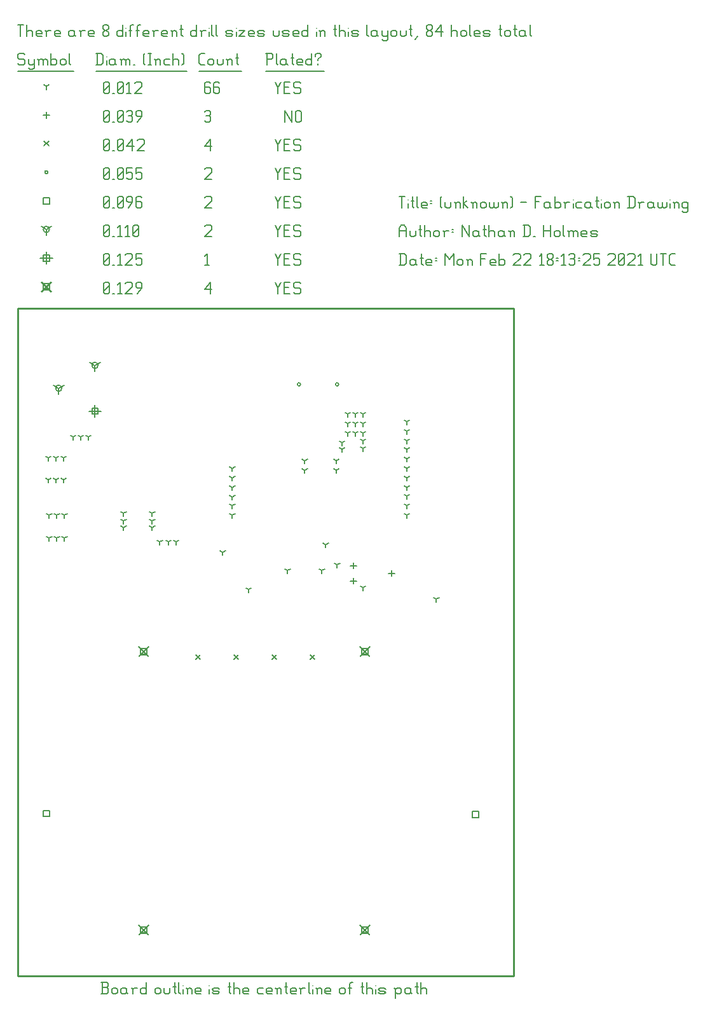
<source format=gbr>
G04 start of page 13 for group -3984 idx -3984 *
G04 Title: (unknown), fab *
G04 Creator: pcb 4.0.2 *
G04 CreationDate: Mon Feb 22 18:13:25 2021 UTC *
G04 For: ndholmes *
G04 Format: Gerber/RS-274X *
G04 PCB-Dimensions (mil): 2600.00 3500.00 *
G04 PCB-Coordinate-Origin: lower left *
%MOIN*%
%FSLAX25Y25*%
%LNFAB*%
%ADD89C,0.0100*%
%ADD88C,0.0075*%
%ADD87C,0.0060*%
%ADD86R,0.0080X0.0080*%
%ADD85C,0.0001*%
G54D85*G36*
X179600Y26966D02*X184966Y21600D01*
X184400Y21034D01*
X179034Y26400D01*
X179600Y26966D01*
G37*
G36*
X179034Y21600D02*X184400Y26966D01*
X184966Y26400D01*
X179600Y21034D01*
X179034Y21600D01*
G37*
G54D86*X180400Y25600D02*X183600D01*
X180400D02*Y22400D01*
X183600D01*
Y25600D02*Y22400D01*
G54D85*G36*
X63600Y172966D02*X68966Y167600D01*
X68400Y167034D01*
X63034Y172400D01*
X63600Y172966D01*
G37*
G36*
X63034Y167600D02*X68400Y172966D01*
X68966Y172400D01*
X63600Y167034D01*
X63034Y167600D01*
G37*
G54D86*X64400Y171600D02*X67600D01*
X64400D02*Y168400D01*
X67600D01*
Y171600D02*Y168400D01*
G54D85*G36*
X179600Y172966D02*X184966Y167600D01*
X184400Y167034D01*
X179034Y172400D01*
X179600Y172966D01*
G37*
G36*
X179034Y167600D02*X184400Y172966D01*
X184966Y172400D01*
X179600Y167034D01*
X179034Y167600D01*
G37*
G54D86*X180400Y171600D02*X183600D01*
X180400D02*Y168400D01*
X183600D01*
Y171600D02*Y168400D01*
G54D85*G36*
X63600Y26966D02*X68966Y21600D01*
X68400Y21034D01*
X63034Y26400D01*
X63600Y26966D01*
G37*
G36*
X63034Y21600D02*X68400Y26966D01*
X68966Y26400D01*
X63600Y21034D01*
X63034Y21600D01*
G37*
G54D86*X64400Y25600D02*X67600D01*
X64400D02*Y22400D01*
X67600D01*
Y25600D02*Y22400D01*
G54D85*G36*
X12600Y364216D02*X17966Y358850D01*
X17400Y358284D01*
X12034Y363650D01*
X12600Y364216D01*
G37*
G36*
X12034Y358850D02*X17400Y364216D01*
X17966Y363650D01*
X12600Y358284D01*
X12034Y358850D01*
G37*
G54D86*X13400Y362850D02*X16600D01*
X13400D02*Y359650D01*
X16600D01*
Y362850D02*Y359650D01*
G54D87*X135000Y363500D02*X136500Y360500D01*
X138000Y363500D01*
X136500Y360500D02*Y357500D01*
X139800Y360800D02*X142050D01*
X139800Y357500D02*X142800D01*
X139800Y363500D02*Y357500D01*
Y363500D02*X142800D01*
X147600D02*X148350Y362750D01*
X145350Y363500D02*X147600D01*
X144600Y362750D02*X145350Y363500D01*
X144600Y362750D02*Y361250D01*
X145350Y360500D01*
X147600D01*
X148350Y359750D01*
Y358250D01*
X147600Y357500D02*X148350Y358250D01*
X145350Y357500D02*X147600D01*
X144600Y358250D02*X145350Y357500D01*
X98000Y359750D02*X101000Y363500D01*
X98000Y359750D02*X101750D01*
X101000Y363500D02*Y357500D01*
X45000Y358250D02*X45750Y357500D01*
X45000Y362750D02*Y358250D01*
Y362750D02*X45750Y363500D01*
X47250D01*
X48000Y362750D01*
Y358250D01*
X47250Y357500D02*X48000Y358250D01*
X45750Y357500D02*X47250D01*
X45000Y359000D02*X48000Y362000D01*
X49800Y357500D02*X50550D01*
X52350Y362300D02*X53550Y363500D01*
Y357500D01*
X52350D02*X54600D01*
X56400Y362750D02*X57150Y363500D01*
X59400D01*
X60150Y362750D01*
Y361250D01*
X56400Y357500D02*X60150Y361250D01*
X56400Y357500D02*X60150D01*
X62700D02*X64950Y360500D01*
Y362750D02*Y360500D01*
X64200Y363500D02*X64950Y362750D01*
X62700Y363500D02*X64200D01*
X61950Y362750D02*X62700Y363500D01*
X61950Y362750D02*Y361250D01*
X62700Y360500D01*
X64950D01*
X40500Y299200D02*Y292800D01*
X37300Y296000D02*X43700D01*
X38900Y297600D02*X42100D01*
X38900D02*Y294400D01*
X42100D01*
Y297600D02*Y294400D01*
X15000Y379450D02*Y373050D01*
X11800Y376250D02*X18200D01*
X13400Y377850D02*X16600D01*
X13400D02*Y374650D01*
X16600D01*
Y377850D02*Y374650D01*
X135000Y378500D02*X136500Y375500D01*
X138000Y378500D01*
X136500Y375500D02*Y372500D01*
X139800Y375800D02*X142050D01*
X139800Y372500D02*X142800D01*
X139800Y378500D02*Y372500D01*
Y378500D02*X142800D01*
X147600D02*X148350Y377750D01*
X145350Y378500D02*X147600D01*
X144600Y377750D02*X145350Y378500D01*
X144600Y377750D02*Y376250D01*
X145350Y375500D01*
X147600D01*
X148350Y374750D01*
Y373250D01*
X147600Y372500D02*X148350Y373250D01*
X145350Y372500D02*X147600D01*
X144600Y373250D02*X145350Y372500D01*
X98000Y377300D02*X99200Y378500D01*
Y372500D01*
X98000D02*X100250D01*
X45000Y373250D02*X45750Y372500D01*
X45000Y377750D02*Y373250D01*
Y377750D02*X45750Y378500D01*
X47250D01*
X48000Y377750D01*
Y373250D01*
X47250Y372500D02*X48000Y373250D01*
X45750Y372500D02*X47250D01*
X45000Y374000D02*X48000Y377000D01*
X49800Y372500D02*X50550D01*
X52350Y377300D02*X53550Y378500D01*
Y372500D01*
X52350D02*X54600D01*
X56400Y377750D02*X57150Y378500D01*
X59400D01*
X60150Y377750D01*
Y376250D01*
X56400Y372500D02*X60150Y376250D01*
X56400Y372500D02*X60150D01*
X61950Y378500D02*X64950D01*
X61950D02*Y375500D01*
X62700Y376250D01*
X64200D01*
X64950Y375500D01*
Y373250D01*
X64200Y372500D02*X64950Y373250D01*
X62700Y372500D02*X64200D01*
X61950Y373250D02*X62700Y372500D01*
X40500Y320000D02*Y316800D01*
Y320000D02*X43273Y321600D01*
X40500Y320000D02*X37727Y321600D01*
X38900Y320000D02*G75*G03X42100Y320000I1600J0D01*G01*
G75*G03X38900Y320000I-1600J0D01*G01*
X21500Y308000D02*Y304800D01*
Y308000D02*X24273Y309600D01*
X21500Y308000D02*X18727Y309600D01*
X19900Y308000D02*G75*G03X23100Y308000I1600J0D01*G01*
G75*G03X19900Y308000I-1600J0D01*G01*
X15000Y391250D02*Y388050D01*
Y391250D02*X17773Y392850D01*
X15000Y391250D02*X12227Y392850D01*
X13400Y391250D02*G75*G03X16600Y391250I1600J0D01*G01*
G75*G03X13400Y391250I-1600J0D01*G01*
X135000Y393500D02*X136500Y390500D01*
X138000Y393500D01*
X136500Y390500D02*Y387500D01*
X139800Y390800D02*X142050D01*
X139800Y387500D02*X142800D01*
X139800Y393500D02*Y387500D01*
Y393500D02*X142800D01*
X147600D02*X148350Y392750D01*
X145350Y393500D02*X147600D01*
X144600Y392750D02*X145350Y393500D01*
X144600Y392750D02*Y391250D01*
X145350Y390500D01*
X147600D01*
X148350Y389750D01*
Y388250D01*
X147600Y387500D02*X148350Y388250D01*
X145350Y387500D02*X147600D01*
X144600Y388250D02*X145350Y387500D01*
X98000Y392750D02*X98750Y393500D01*
X101000D01*
X101750Y392750D01*
Y391250D01*
X98000Y387500D02*X101750Y391250D01*
X98000Y387500D02*X101750D01*
X45000Y388250D02*X45750Y387500D01*
X45000Y392750D02*Y388250D01*
Y392750D02*X45750Y393500D01*
X47250D01*
X48000Y392750D01*
Y388250D01*
X47250Y387500D02*X48000Y388250D01*
X45750Y387500D02*X47250D01*
X45000Y389000D02*X48000Y392000D01*
X49800Y387500D02*X50550D01*
X52350Y392300D02*X53550Y393500D01*
Y387500D01*
X52350D02*X54600D01*
X56400Y392300D02*X57600Y393500D01*
Y387500D01*
X56400D02*X58650D01*
X60450Y388250D02*X61200Y387500D01*
X60450Y392750D02*Y388250D01*
Y392750D02*X61200Y393500D01*
X62700D01*
X63450Y392750D01*
Y388250D01*
X62700Y387500D02*X63450Y388250D01*
X61200Y387500D02*X62700D01*
X60450Y389000D02*X63450Y392000D01*
X238400Y86100D02*X241600D01*
X238400D02*Y82900D01*
X241600D01*
Y86100D02*Y82900D01*
X13400Y86600D02*X16600D01*
X13400D02*Y83400D01*
X16600D01*
Y86600D02*Y83400D01*
X13400Y407850D02*X16600D01*
X13400D02*Y404650D01*
X16600D01*
Y407850D02*Y404650D01*
X135000Y408500D02*X136500Y405500D01*
X138000Y408500D01*
X136500Y405500D02*Y402500D01*
X139800Y405800D02*X142050D01*
X139800Y402500D02*X142800D01*
X139800Y408500D02*Y402500D01*
Y408500D02*X142800D01*
X147600D02*X148350Y407750D01*
X145350Y408500D02*X147600D01*
X144600Y407750D02*X145350Y408500D01*
X144600Y407750D02*Y406250D01*
X145350Y405500D01*
X147600D01*
X148350Y404750D01*
Y403250D01*
X147600Y402500D02*X148350Y403250D01*
X145350Y402500D02*X147600D01*
X144600Y403250D02*X145350Y402500D01*
X98000Y407750D02*X98750Y408500D01*
X101000D01*
X101750Y407750D01*
Y406250D01*
X98000Y402500D02*X101750Y406250D01*
X98000Y402500D02*X101750D01*
X45000Y403250D02*X45750Y402500D01*
X45000Y407750D02*Y403250D01*
Y407750D02*X45750Y408500D01*
X47250D01*
X48000Y407750D01*
Y403250D01*
X47250Y402500D02*X48000Y403250D01*
X45750Y402500D02*X47250D01*
X45000Y404000D02*X48000Y407000D01*
X49800Y402500D02*X50550D01*
X52350Y403250D02*X53100Y402500D01*
X52350Y407750D02*Y403250D01*
Y407750D02*X53100Y408500D01*
X54600D01*
X55350Y407750D01*
Y403250D01*
X54600Y402500D02*X55350Y403250D01*
X53100Y402500D02*X54600D01*
X52350Y404000D02*X55350Y407000D01*
X57900Y402500D02*X60150Y405500D01*
Y407750D02*Y405500D01*
X59400Y408500D02*X60150Y407750D01*
X57900Y408500D02*X59400D01*
X57150Y407750D02*X57900Y408500D01*
X57150Y407750D02*Y406250D01*
X57900Y405500D01*
X60150D01*
X64200Y408500D02*X64950Y407750D01*
X62700Y408500D02*X64200D01*
X61950Y407750D02*X62700Y408500D01*
X61950Y407750D02*Y403250D01*
X62700Y402500D01*
X64200Y405800D02*X64950Y405050D01*
X61950Y405800D02*X64200D01*
X62700Y402500D02*X64200D01*
X64950Y403250D01*
Y405050D02*Y403250D01*
X166700Y310000D02*G75*G03X168300Y310000I800J0D01*G01*
G75*G03X166700Y310000I-800J0D01*G01*
X146700D02*G75*G03X148300Y310000I800J0D01*G01*
G75*G03X146700Y310000I-800J0D01*G01*
X14200Y421250D02*G75*G03X15800Y421250I800J0D01*G01*
G75*G03X14200Y421250I-800J0D01*G01*
X135000Y423500D02*X136500Y420500D01*
X138000Y423500D01*
X136500Y420500D02*Y417500D01*
X139800Y420800D02*X142050D01*
X139800Y417500D02*X142800D01*
X139800Y423500D02*Y417500D01*
Y423500D02*X142800D01*
X147600D02*X148350Y422750D01*
X145350Y423500D02*X147600D01*
X144600Y422750D02*X145350Y423500D01*
X144600Y422750D02*Y421250D01*
X145350Y420500D01*
X147600D01*
X148350Y419750D01*
Y418250D01*
X147600Y417500D02*X148350Y418250D01*
X145350Y417500D02*X147600D01*
X144600Y418250D02*X145350Y417500D01*
X98000Y422750D02*X98750Y423500D01*
X101000D01*
X101750Y422750D01*
Y421250D01*
X98000Y417500D02*X101750Y421250D01*
X98000Y417500D02*X101750D01*
X45000Y418250D02*X45750Y417500D01*
X45000Y422750D02*Y418250D01*
Y422750D02*X45750Y423500D01*
X47250D01*
X48000Y422750D01*
Y418250D01*
X47250Y417500D02*X48000Y418250D01*
X45750Y417500D02*X47250D01*
X45000Y419000D02*X48000Y422000D01*
X49800Y417500D02*X50550D01*
X52350Y418250D02*X53100Y417500D01*
X52350Y422750D02*Y418250D01*
Y422750D02*X53100Y423500D01*
X54600D01*
X55350Y422750D01*
Y418250D01*
X54600Y417500D02*X55350Y418250D01*
X53100Y417500D02*X54600D01*
X52350Y419000D02*X55350Y422000D01*
X57150Y423500D02*X60150D01*
X57150D02*Y420500D01*
X57900Y421250D01*
X59400D01*
X60150Y420500D01*
Y418250D01*
X59400Y417500D02*X60150Y418250D01*
X57900Y417500D02*X59400D01*
X57150Y418250D02*X57900Y417500D01*
X61950Y423500D02*X64950D01*
X61950D02*Y420500D01*
X62700Y421250D01*
X64200D01*
X64950Y420500D01*
Y418250D01*
X64200Y417500D02*X64950Y418250D01*
X62700Y417500D02*X64200D01*
X61950Y418250D02*X62700Y417500D01*
X153300Y168200D02*X155700Y165800D01*
X153300D02*X155700Y168200D01*
X133300D02*X135700Y165800D01*
X133300D02*X135700Y168200D01*
X113300D02*X115700Y165800D01*
X113300D02*X115700Y168200D01*
X93300D02*X95700Y165800D01*
X93300D02*X95700Y168200D01*
X13800Y437450D02*X16200Y435050D01*
X13800D02*X16200Y437450D01*
X135000Y438500D02*X136500Y435500D01*
X138000Y438500D01*
X136500Y435500D02*Y432500D01*
X139800Y435800D02*X142050D01*
X139800Y432500D02*X142800D01*
X139800Y438500D02*Y432500D01*
Y438500D02*X142800D01*
X147600D02*X148350Y437750D01*
X145350Y438500D02*X147600D01*
X144600Y437750D02*X145350Y438500D01*
X144600Y437750D02*Y436250D01*
X145350Y435500D01*
X147600D01*
X148350Y434750D01*
Y433250D01*
X147600Y432500D02*X148350Y433250D01*
X145350Y432500D02*X147600D01*
X144600Y433250D02*X145350Y432500D01*
X98000Y434750D02*X101000Y438500D01*
X98000Y434750D02*X101750D01*
X101000Y438500D02*Y432500D01*
X45000Y433250D02*X45750Y432500D01*
X45000Y437750D02*Y433250D01*
Y437750D02*X45750Y438500D01*
X47250D01*
X48000Y437750D01*
Y433250D01*
X47250Y432500D02*X48000Y433250D01*
X45750Y432500D02*X47250D01*
X45000Y434000D02*X48000Y437000D01*
X49800Y432500D02*X50550D01*
X52350Y433250D02*X53100Y432500D01*
X52350Y437750D02*Y433250D01*
Y437750D02*X53100Y438500D01*
X54600D01*
X55350Y437750D01*
Y433250D01*
X54600Y432500D02*X55350Y433250D01*
X53100Y432500D02*X54600D01*
X52350Y434000D02*X55350Y437000D01*
X57150Y434750D02*X60150Y438500D01*
X57150Y434750D02*X60900D01*
X60150Y438500D02*Y432500D01*
X62700Y437750D02*X63450Y438500D01*
X65700D01*
X66450Y437750D01*
Y436250D01*
X62700Y432500D02*X66450Y436250D01*
X62700Y432500D02*X66450D01*
X196000Y212600D02*Y209400D01*
X194400Y211000D02*X197600D01*
X176000Y208600D02*Y205400D01*
X174400Y207000D02*X177600D01*
X176000Y216600D02*Y213400D01*
X174400Y215000D02*X177600D01*
X15000Y452850D02*Y449650D01*
X13400Y451250D02*X16600D01*
X140000Y453500D02*Y447500D01*
Y453500D02*X143750Y447500D01*
Y453500D02*Y447500D01*
X145550Y452750D02*Y448250D01*
Y452750D02*X146300Y453500D01*
X147800D01*
X148550Y452750D01*
Y448250D01*
X147800Y447500D02*X148550Y448250D01*
X146300Y447500D02*X147800D01*
X145550Y448250D02*X146300Y447500D01*
X98000Y452750D02*X98750Y453500D01*
X100250D01*
X101000Y452750D01*
X100250Y447500D02*X101000Y448250D01*
X98750Y447500D02*X100250D01*
X98000Y448250D02*X98750Y447500D01*
Y450800D02*X100250D01*
X101000Y452750D02*Y451550D01*
Y450050D02*Y448250D01*
Y450050D02*X100250Y450800D01*
X101000Y451550D02*X100250Y450800D01*
X45000Y448250D02*X45750Y447500D01*
X45000Y452750D02*Y448250D01*
Y452750D02*X45750Y453500D01*
X47250D01*
X48000Y452750D01*
Y448250D01*
X47250Y447500D02*X48000Y448250D01*
X45750Y447500D02*X47250D01*
X45000Y449000D02*X48000Y452000D01*
X49800Y447500D02*X50550D01*
X52350Y448250D02*X53100Y447500D01*
X52350Y452750D02*Y448250D01*
Y452750D02*X53100Y453500D01*
X54600D01*
X55350Y452750D01*
Y448250D01*
X54600Y447500D02*X55350Y448250D01*
X53100Y447500D02*X54600D01*
X52350Y449000D02*X55350Y452000D01*
X57150Y452750D02*X57900Y453500D01*
X59400D01*
X60150Y452750D01*
X59400Y447500D02*X60150Y448250D01*
X57900Y447500D02*X59400D01*
X57150Y448250D02*X57900Y447500D01*
Y450800D02*X59400D01*
X60150Y452750D02*Y451550D01*
Y450050D02*Y448250D01*
Y450050D02*X59400Y450800D01*
X60150Y451550D02*X59400Y450800D01*
X62700Y447500D02*X64950Y450500D01*
Y452750D02*Y450500D01*
X64200Y453500D02*X64950Y452750D01*
X62700Y453500D02*X64200D01*
X61950Y452750D02*X62700Y453500D01*
X61950Y452750D02*Y451250D01*
X62700Y450500D01*
X64950D01*
X24000Y271500D02*Y269900D01*
Y271500D02*X25387Y272300D01*
X24000Y271500D02*X22613Y272300D01*
X20000Y271500D02*Y269900D01*
Y271500D02*X21387Y272300D01*
X20000Y271500D02*X18613Y272300D01*
X16000Y271500D02*Y269900D01*
Y271500D02*X17387Y272300D01*
X16000Y271500D02*X14613Y272300D01*
X24000Y260000D02*Y258400D01*
Y260000D02*X25387Y260800D01*
X24000Y260000D02*X22613Y260800D01*
X20000Y260000D02*Y258400D01*
Y260000D02*X21387Y260800D01*
X20000Y260000D02*X18613Y260800D01*
X16000Y260000D02*Y258400D01*
Y260000D02*X17387Y260800D01*
X16000Y260000D02*X14613Y260800D01*
X24500Y241500D02*Y239900D01*
Y241500D02*X25887Y242300D01*
X24500Y241500D02*X23113Y242300D01*
X20500Y241500D02*Y239900D01*
Y241500D02*X21887Y242300D01*
X20500Y241500D02*X19113Y242300D01*
X16500Y241500D02*Y239900D01*
Y241500D02*X17887Y242300D01*
X16500Y241500D02*X15113Y242300D01*
X24500Y229500D02*Y227900D01*
Y229500D02*X25887Y230300D01*
X24500Y229500D02*X23113Y230300D01*
X20500Y229500D02*Y227900D01*
Y229500D02*X21887Y230300D01*
X20500Y229500D02*X19113Y230300D01*
X16500Y229500D02*Y227900D01*
Y229500D02*X17887Y230300D01*
X16500Y229500D02*X15113Y230300D01*
X37000Y282500D02*Y280900D01*
Y282500D02*X38387Y283300D01*
X37000Y282500D02*X35613Y283300D01*
X33000Y282500D02*Y280900D01*
Y282500D02*X34387Y283300D01*
X33000Y282500D02*X31613Y283300D01*
X29000Y282500D02*Y280900D01*
Y282500D02*X30387Y283300D01*
X29000Y282500D02*X27613Y283300D01*
X181000Y284500D02*Y282900D01*
Y284500D02*X182387Y285300D01*
X181000Y284500D02*X179613Y285300D01*
X177000Y284500D02*Y282900D01*
Y284500D02*X178387Y285300D01*
X177000Y284500D02*X175613Y285300D01*
X173000Y284500D02*Y282900D01*
Y284500D02*X174387Y285300D01*
X173000Y284500D02*X171613Y285300D01*
X181000Y280500D02*Y278900D01*
Y280500D02*X182387Y281300D01*
X181000Y280500D02*X179613Y281300D01*
X181000Y276500D02*Y274900D01*
Y276500D02*X182387Y277300D01*
X181000Y276500D02*X179613Y277300D01*
X170000Y276000D02*Y274400D01*
Y276000D02*X171387Y276800D01*
X170000Y276000D02*X168613Y276800D01*
X170000Y279500D02*Y277900D01*
Y279500D02*X171387Y280300D01*
X170000Y279500D02*X168613Y280300D01*
X181000Y289500D02*Y287900D01*
Y289500D02*X182387Y290300D01*
X181000Y289500D02*X179613Y290300D01*
X177000Y289500D02*Y287900D01*
Y289500D02*X178387Y290300D01*
X177000Y289500D02*X175613Y290300D01*
X173000Y289500D02*Y287900D01*
Y289500D02*X174387Y290300D01*
X173000Y289500D02*X171613Y290300D01*
X181000Y294500D02*Y292900D01*
Y294500D02*X182387Y295300D01*
X181000Y294500D02*X179613Y295300D01*
X177000Y294500D02*Y292900D01*
Y294500D02*X178387Y295300D01*
X177000Y294500D02*X175613Y295300D01*
X173000Y294500D02*Y292900D01*
Y294500D02*X174387Y295300D01*
X173000Y294500D02*X171613Y295300D01*
X74500Y227500D02*Y225900D01*
Y227500D02*X75887Y228300D01*
X74500Y227500D02*X73113Y228300D01*
X79000Y227500D02*Y225900D01*
Y227500D02*X80387Y228300D01*
X79000Y227500D02*X77613Y228300D01*
X83000Y227500D02*Y225900D01*
Y227500D02*X84387Y228300D01*
X83000Y227500D02*X81613Y228300D01*
X55500Y242500D02*Y240900D01*
Y242500D02*X56887Y243300D01*
X55500Y242500D02*X54113Y243300D01*
X55500Y238500D02*Y236900D01*
Y238500D02*X56887Y239300D01*
X55500Y238500D02*X54113Y239300D01*
X55500Y235000D02*Y233400D01*
Y235000D02*X56887Y235800D01*
X55500Y235000D02*X54113Y235800D01*
X70500Y242500D02*Y240900D01*
Y242500D02*X71887Y243300D01*
X70500Y242500D02*X69113Y243300D01*
X70500Y238500D02*Y236900D01*
Y238500D02*X71887Y239300D01*
X70500Y238500D02*X69113Y239300D01*
X70500Y235000D02*Y233400D01*
Y235000D02*X71887Y235800D01*
X70500Y235000D02*X69113Y235800D01*
X107500Y222000D02*Y220400D01*
Y222000D02*X108887Y222800D01*
X107500Y222000D02*X106113Y222800D01*
X121000Y202500D02*Y200900D01*
Y202500D02*X122387Y203300D01*
X121000Y202500D02*X119613Y203300D01*
X181000Y203500D02*Y201900D01*
Y203500D02*X182387Y204300D01*
X181000Y203500D02*X179613Y204300D01*
X159500Y212500D02*Y210900D01*
Y212500D02*X160887Y213300D01*
X159500Y212500D02*X158113Y213300D01*
X141500Y212500D02*Y210900D01*
Y212500D02*X142887Y213300D01*
X141500Y212500D02*X140113Y213300D01*
X161500Y226000D02*Y224400D01*
Y226000D02*X162887Y226800D01*
X161500Y226000D02*X160113Y226800D01*
X167500Y215500D02*Y213900D01*
Y215500D02*X168887Y216300D01*
X167500Y215500D02*X166113Y216300D01*
X219500Y197500D02*Y195900D01*
Y197500D02*X220887Y198300D01*
X219500Y197500D02*X218113Y198300D01*
X204000Y280500D02*Y278900D01*
Y280500D02*X205387Y281300D01*
X204000Y280500D02*X202613Y281300D01*
X204000Y271000D02*Y269400D01*
Y271000D02*X205387Y271800D01*
X204000Y271000D02*X202613Y271800D01*
X204000Y285500D02*Y283900D01*
Y285500D02*X205387Y286300D01*
X204000Y285500D02*X202613Y286300D01*
X204000Y290500D02*Y288900D01*
Y290500D02*X205387Y291300D01*
X204000Y290500D02*X202613Y291300D01*
X204000Y276000D02*Y274400D01*
Y276000D02*X205387Y276800D01*
X204000Y276000D02*X202613Y276800D01*
X204000Y256000D02*Y254400D01*
Y256000D02*X205387Y256800D01*
X204000Y256000D02*X202613Y256800D01*
X204000Y246500D02*Y244900D01*
Y246500D02*X205387Y247300D01*
X204000Y246500D02*X202613Y247300D01*
X204000Y261000D02*Y259400D01*
Y261000D02*X205387Y261800D01*
X204000Y261000D02*X202613Y261800D01*
X204000Y266000D02*Y264400D01*
Y266000D02*X205387Y266800D01*
X204000Y266000D02*X202613Y266800D01*
X204000Y251500D02*Y249900D01*
Y251500D02*X205387Y252300D01*
X204000Y251500D02*X202613Y252300D01*
X204000Y241500D02*Y239900D01*
Y241500D02*X205387Y242300D01*
X204000Y241500D02*X202613Y242300D01*
X112500Y266000D02*Y264400D01*
Y266000D02*X113887Y266800D01*
X112500Y266000D02*X111113Y266800D01*
X112500Y251000D02*Y249400D01*
Y251000D02*X113887Y251800D01*
X112500Y251000D02*X111113Y251800D01*
X112500Y241500D02*Y239900D01*
Y241500D02*X113887Y242300D01*
X112500Y241500D02*X111113Y242300D01*
X112500Y256000D02*Y254400D01*
Y256000D02*X113887Y256800D01*
X112500Y256000D02*X111113Y256800D01*
X112500Y261000D02*Y259400D01*
Y261000D02*X113887Y261800D01*
X112500Y261000D02*X111113Y261800D01*
X112500Y246500D02*Y244900D01*
Y246500D02*X113887Y247300D01*
X112500Y246500D02*X111113Y247300D01*
X167000Y270000D02*Y268400D01*
Y270000D02*X168387Y270800D01*
X167000Y270000D02*X165613Y270800D01*
X167000Y265000D02*Y263400D01*
Y265000D02*X168387Y265800D01*
X167000Y265000D02*X165613Y265800D01*
X150500Y270000D02*Y268400D01*
Y270000D02*X151887Y270800D01*
X150500Y270000D02*X149113Y270800D01*
X150500Y265000D02*Y263400D01*
Y265000D02*X151887Y265800D01*
X150500Y265000D02*X149113Y265800D01*
X15000Y466250D02*Y464650D01*
Y466250D02*X16387Y467050D01*
X15000Y466250D02*X13613Y467050D01*
X135000Y468500D02*X136500Y465500D01*
X138000Y468500D01*
X136500Y465500D02*Y462500D01*
X139800Y465800D02*X142050D01*
X139800Y462500D02*X142800D01*
X139800Y468500D02*Y462500D01*
Y468500D02*X142800D01*
X147600D02*X148350Y467750D01*
X145350Y468500D02*X147600D01*
X144600Y467750D02*X145350Y468500D01*
X144600Y467750D02*Y466250D01*
X145350Y465500D01*
X147600D01*
X148350Y464750D01*
Y463250D01*
X147600Y462500D02*X148350Y463250D01*
X145350Y462500D02*X147600D01*
X144600Y463250D02*X145350Y462500D01*
X100250Y468500D02*X101000Y467750D01*
X98750Y468500D02*X100250D01*
X98000Y467750D02*X98750Y468500D01*
X98000Y467750D02*Y463250D01*
X98750Y462500D01*
X100250Y465800D02*X101000Y465050D01*
X98000Y465800D02*X100250D01*
X98750Y462500D02*X100250D01*
X101000Y463250D01*
Y465050D02*Y463250D01*
X105050Y468500D02*X105800Y467750D01*
X103550Y468500D02*X105050D01*
X102800Y467750D02*X103550Y468500D01*
X102800Y467750D02*Y463250D01*
X103550Y462500D01*
X105050Y465800D02*X105800Y465050D01*
X102800Y465800D02*X105050D01*
X103550Y462500D02*X105050D01*
X105800Y463250D01*
Y465050D02*Y463250D01*
X45000D02*X45750Y462500D01*
X45000Y467750D02*Y463250D01*
Y467750D02*X45750Y468500D01*
X47250D01*
X48000Y467750D01*
Y463250D01*
X47250Y462500D02*X48000Y463250D01*
X45750Y462500D02*X47250D01*
X45000Y464000D02*X48000Y467000D01*
X49800Y462500D02*X50550D01*
X52350Y463250D02*X53100Y462500D01*
X52350Y467750D02*Y463250D01*
Y467750D02*X53100Y468500D01*
X54600D01*
X55350Y467750D01*
Y463250D01*
X54600Y462500D02*X55350Y463250D01*
X53100Y462500D02*X54600D01*
X52350Y464000D02*X55350Y467000D01*
X57150Y467300D02*X58350Y468500D01*
Y462500D01*
X57150D02*X59400D01*
X61200Y467750D02*X61950Y468500D01*
X64200D01*
X64950Y467750D01*
Y466250D01*
X61200Y462500D02*X64950Y466250D01*
X61200Y462500D02*X64950D01*
X3000Y483500D02*X3750Y482750D01*
X750Y483500D02*X3000D01*
X0Y482750D02*X750Y483500D01*
X0Y482750D02*Y481250D01*
X750Y480500D01*
X3000D01*
X3750Y479750D01*
Y478250D01*
X3000Y477500D02*X3750Y478250D01*
X750Y477500D02*X3000D01*
X0Y478250D02*X750Y477500D01*
X5550Y480500D02*Y478250D01*
X6300Y477500D01*
X8550Y480500D02*Y476000D01*
X7800Y475250D02*X8550Y476000D01*
X6300Y475250D02*X7800D01*
X5550Y476000D02*X6300Y475250D01*
Y477500D02*X7800D01*
X8550Y478250D01*
X11100Y479750D02*Y477500D01*
Y479750D02*X11850Y480500D01*
X12600D01*
X13350Y479750D01*
Y477500D01*
Y479750D02*X14100Y480500D01*
X14850D01*
X15600Y479750D01*
Y477500D01*
X10350Y480500D02*X11100Y479750D01*
X17400Y483500D02*Y477500D01*
Y478250D02*X18150Y477500D01*
X19650D01*
X20400Y478250D01*
Y479750D02*Y478250D01*
X19650Y480500D02*X20400Y479750D01*
X18150Y480500D02*X19650D01*
X17400Y479750D02*X18150Y480500D01*
X22200Y479750D02*Y478250D01*
Y479750D02*X22950Y480500D01*
X24450D01*
X25200Y479750D01*
Y478250D01*
X24450Y477500D02*X25200Y478250D01*
X22950Y477500D02*X24450D01*
X22200Y478250D02*X22950Y477500D01*
X27000Y483500D02*Y478250D01*
X27750Y477500D01*
X0Y474250D02*X29250D01*
X41750Y483500D02*Y477500D01*
X43700Y483500D02*X44750Y482450D01*
Y478550D01*
X43700Y477500D02*X44750Y478550D01*
X41000Y477500D02*X43700D01*
X41000Y483500D02*X43700D01*
G54D88*X46550Y482000D02*Y481850D01*
G54D87*Y479750D02*Y477500D01*
X50300Y480500D02*X51050Y479750D01*
X48800Y480500D02*X50300D01*
X48050Y479750D02*X48800Y480500D01*
X48050Y479750D02*Y478250D01*
X48800Y477500D01*
X51050Y480500D02*Y478250D01*
X51800Y477500D01*
X48800D02*X50300D01*
X51050Y478250D01*
X54350Y479750D02*Y477500D01*
Y479750D02*X55100Y480500D01*
X55850D01*
X56600Y479750D01*
Y477500D01*
Y479750D02*X57350Y480500D01*
X58100D01*
X58850Y479750D01*
Y477500D01*
X53600Y480500D02*X54350Y479750D01*
X60650Y477500D02*X61400D01*
X65900Y478250D02*X66650Y477500D01*
X65900Y482750D02*X66650Y483500D01*
X65900Y482750D02*Y478250D01*
X68450Y483500D02*X69950D01*
X69200D02*Y477500D01*
X68450D02*X69950D01*
X72500Y479750D02*Y477500D01*
Y479750D02*X73250Y480500D01*
X74000D01*
X74750Y479750D01*
Y477500D01*
X71750Y480500D02*X72500Y479750D01*
X77300Y480500D02*X79550D01*
X76550Y479750D02*X77300Y480500D01*
X76550Y479750D02*Y478250D01*
X77300Y477500D01*
X79550D01*
X81350Y483500D02*Y477500D01*
Y479750D02*X82100Y480500D01*
X83600D01*
X84350Y479750D01*
Y477500D01*
X86150Y483500D02*X86900Y482750D01*
Y478250D01*
X86150Y477500D02*X86900Y478250D01*
X41000Y474250D02*X88700D01*
X96050Y477500D02*X98000D01*
X95000Y478550D02*X96050Y477500D01*
X95000Y482450D02*Y478550D01*
Y482450D02*X96050Y483500D01*
X98000D01*
X99800Y479750D02*Y478250D01*
Y479750D02*X100550Y480500D01*
X102050D01*
X102800Y479750D01*
Y478250D01*
X102050Y477500D02*X102800Y478250D01*
X100550Y477500D02*X102050D01*
X99800Y478250D02*X100550Y477500D01*
X104600Y480500D02*Y478250D01*
X105350Y477500D01*
X106850D01*
X107600Y478250D01*
Y480500D02*Y478250D01*
X110150Y479750D02*Y477500D01*
Y479750D02*X110900Y480500D01*
X111650D01*
X112400Y479750D01*
Y477500D01*
X109400Y480500D02*X110150Y479750D01*
X114950Y483500D02*Y478250D01*
X115700Y477500D01*
X114200Y481250D02*X115700D01*
X95000Y474250D02*X117200D01*
X130750Y483500D02*Y477500D01*
X130000Y483500D02*X133000D01*
X133750Y482750D01*
Y481250D01*
X133000Y480500D02*X133750Y481250D01*
X130750Y480500D02*X133000D01*
X135550Y483500D02*Y478250D01*
X136300Y477500D01*
X140050Y480500D02*X140800Y479750D01*
X138550Y480500D02*X140050D01*
X137800Y479750D02*X138550Y480500D01*
X137800Y479750D02*Y478250D01*
X138550Y477500D01*
X140800Y480500D02*Y478250D01*
X141550Y477500D01*
X138550D02*X140050D01*
X140800Y478250D01*
X144100Y483500D02*Y478250D01*
X144850Y477500D01*
X143350Y481250D02*X144850D01*
X147100Y477500D02*X149350D01*
X146350Y478250D02*X147100Y477500D01*
X146350Y479750D02*Y478250D01*
Y479750D02*X147100Y480500D01*
X148600D01*
X149350Y479750D01*
X146350Y479000D02*X149350D01*
Y479750D02*Y479000D01*
X154150Y483500D02*Y477500D01*
X153400D02*X154150Y478250D01*
X151900Y477500D02*X153400D01*
X151150Y478250D02*X151900Y477500D01*
X151150Y479750D02*Y478250D01*
Y479750D02*X151900Y480500D01*
X153400D01*
X154150Y479750D01*
X157450Y480500D02*Y479750D01*
Y478250D02*Y477500D01*
X155950Y482750D02*Y482000D01*
Y482750D02*X156700Y483500D01*
X158200D01*
X158950Y482750D01*
Y482000D01*
X157450Y480500D02*X158950Y482000D01*
X130000Y474250D02*X160750D01*
X0Y498500D02*X3000D01*
X1500D02*Y492500D01*
X4800Y498500D02*Y492500D01*
Y494750D02*X5550Y495500D01*
X7050D01*
X7800Y494750D01*
Y492500D01*
X10350D02*X12600D01*
X9600Y493250D02*X10350Y492500D01*
X9600Y494750D02*Y493250D01*
Y494750D02*X10350Y495500D01*
X11850D01*
X12600Y494750D01*
X9600Y494000D02*X12600D01*
Y494750D02*Y494000D01*
X15150Y494750D02*Y492500D01*
Y494750D02*X15900Y495500D01*
X17400D01*
X14400D02*X15150Y494750D01*
X19950Y492500D02*X22200D01*
X19200Y493250D02*X19950Y492500D01*
X19200Y494750D02*Y493250D01*
Y494750D02*X19950Y495500D01*
X21450D01*
X22200Y494750D01*
X19200Y494000D02*X22200D01*
Y494750D02*Y494000D01*
X28950Y495500D02*X29700Y494750D01*
X27450Y495500D02*X28950D01*
X26700Y494750D02*X27450Y495500D01*
X26700Y494750D02*Y493250D01*
X27450Y492500D01*
X29700Y495500D02*Y493250D01*
X30450Y492500D01*
X27450D02*X28950D01*
X29700Y493250D01*
X33000Y494750D02*Y492500D01*
Y494750D02*X33750Y495500D01*
X35250D01*
X32250D02*X33000Y494750D01*
X37800Y492500D02*X40050D01*
X37050Y493250D02*X37800Y492500D01*
X37050Y494750D02*Y493250D01*
Y494750D02*X37800Y495500D01*
X39300D01*
X40050Y494750D01*
X37050Y494000D02*X40050D01*
Y494750D02*Y494000D01*
X44550Y493250D02*X45300Y492500D01*
X44550Y494450D02*Y493250D01*
Y494450D02*X45600Y495500D01*
X46500D01*
X47550Y494450D01*
Y493250D01*
X46800Y492500D02*X47550Y493250D01*
X45300Y492500D02*X46800D01*
X44550Y496550D02*X45600Y495500D01*
X44550Y497750D02*Y496550D01*
Y497750D02*X45300Y498500D01*
X46800D01*
X47550Y497750D01*
Y496550D01*
X46500Y495500D02*X47550Y496550D01*
X55050Y498500D02*Y492500D01*
X54300D02*X55050Y493250D01*
X52800Y492500D02*X54300D01*
X52050Y493250D02*X52800Y492500D01*
X52050Y494750D02*Y493250D01*
Y494750D02*X52800Y495500D01*
X54300D01*
X55050Y494750D01*
G54D88*X56850Y497000D02*Y496850D01*
G54D87*Y494750D02*Y492500D01*
X59100Y497750D02*Y492500D01*
Y497750D02*X59850Y498500D01*
X60600D01*
X58350Y495500D02*X59850D01*
X62850Y497750D02*Y492500D01*
Y497750D02*X63600Y498500D01*
X64350D01*
X62100Y495500D02*X63600D01*
X66600Y492500D02*X68850D01*
X65850Y493250D02*X66600Y492500D01*
X65850Y494750D02*Y493250D01*
Y494750D02*X66600Y495500D01*
X68100D01*
X68850Y494750D01*
X65850Y494000D02*X68850D01*
Y494750D02*Y494000D01*
X71400Y494750D02*Y492500D01*
Y494750D02*X72150Y495500D01*
X73650D01*
X70650D02*X71400Y494750D01*
X76200Y492500D02*X78450D01*
X75450Y493250D02*X76200Y492500D01*
X75450Y494750D02*Y493250D01*
Y494750D02*X76200Y495500D01*
X77700D01*
X78450Y494750D01*
X75450Y494000D02*X78450D01*
Y494750D02*Y494000D01*
X81000Y494750D02*Y492500D01*
Y494750D02*X81750Y495500D01*
X82500D01*
X83250Y494750D01*
Y492500D01*
X80250Y495500D02*X81000Y494750D01*
X85800Y498500D02*Y493250D01*
X86550Y492500D01*
X85050Y496250D02*X86550D01*
X93750Y498500D02*Y492500D01*
X93000D02*X93750Y493250D01*
X91500Y492500D02*X93000D01*
X90750Y493250D02*X91500Y492500D01*
X90750Y494750D02*Y493250D01*
Y494750D02*X91500Y495500D01*
X93000D01*
X93750Y494750D01*
X96300D02*Y492500D01*
Y494750D02*X97050Y495500D01*
X98550D01*
X95550D02*X96300Y494750D01*
G54D88*X100350Y497000D02*Y496850D01*
G54D87*Y494750D02*Y492500D01*
X101850Y498500D02*Y493250D01*
X102600Y492500D01*
X104100Y498500D02*Y493250D01*
X104850Y492500D01*
X109800D02*X112050D01*
X112800Y493250D01*
X112050Y494000D02*X112800Y493250D01*
X109800Y494000D02*X112050D01*
X109050Y494750D02*X109800Y494000D01*
X109050Y494750D02*X109800Y495500D01*
X112050D01*
X112800Y494750D01*
X109050Y493250D02*X109800Y492500D01*
G54D88*X114600Y497000D02*Y496850D01*
G54D87*Y494750D02*Y492500D01*
X116100Y495500D02*X119100D01*
X116100Y492500D02*X119100Y495500D01*
X116100Y492500D02*X119100D01*
X121650D02*X123900D01*
X120900Y493250D02*X121650Y492500D01*
X120900Y494750D02*Y493250D01*
Y494750D02*X121650Y495500D01*
X123150D01*
X123900Y494750D01*
X120900Y494000D02*X123900D01*
Y494750D02*Y494000D01*
X126450Y492500D02*X128700D01*
X129450Y493250D01*
X128700Y494000D02*X129450Y493250D01*
X126450Y494000D02*X128700D01*
X125700Y494750D02*X126450Y494000D01*
X125700Y494750D02*X126450Y495500D01*
X128700D01*
X129450Y494750D01*
X125700Y493250D02*X126450Y492500D01*
X133950Y495500D02*Y493250D01*
X134700Y492500D01*
X136200D01*
X136950Y493250D01*
Y495500D02*Y493250D01*
X139500Y492500D02*X141750D01*
X142500Y493250D01*
X141750Y494000D02*X142500Y493250D01*
X139500Y494000D02*X141750D01*
X138750Y494750D02*X139500Y494000D01*
X138750Y494750D02*X139500Y495500D01*
X141750D01*
X142500Y494750D01*
X138750Y493250D02*X139500Y492500D01*
X145050D02*X147300D01*
X144300Y493250D02*X145050Y492500D01*
X144300Y494750D02*Y493250D01*
Y494750D02*X145050Y495500D01*
X146550D01*
X147300Y494750D01*
X144300Y494000D02*X147300D01*
Y494750D02*Y494000D01*
X152100Y498500D02*Y492500D01*
X151350D02*X152100Y493250D01*
X149850Y492500D02*X151350D01*
X149100Y493250D02*X149850Y492500D01*
X149100Y494750D02*Y493250D01*
Y494750D02*X149850Y495500D01*
X151350D01*
X152100Y494750D01*
G54D88*X156600Y497000D02*Y496850D01*
G54D87*Y494750D02*Y492500D01*
X158850Y494750D02*Y492500D01*
Y494750D02*X159600Y495500D01*
X160350D01*
X161100Y494750D01*
Y492500D01*
X158100Y495500D02*X158850Y494750D01*
X166350Y498500D02*Y493250D01*
X167100Y492500D01*
X165600Y496250D02*X167100D01*
X168600Y498500D02*Y492500D01*
Y494750D02*X169350Y495500D01*
X170850D01*
X171600Y494750D01*
Y492500D01*
G54D88*X173400Y497000D02*Y496850D01*
G54D87*Y494750D02*Y492500D01*
X175650D02*X177900D01*
X178650Y493250D01*
X177900Y494000D02*X178650Y493250D01*
X175650Y494000D02*X177900D01*
X174900Y494750D02*X175650Y494000D01*
X174900Y494750D02*X175650Y495500D01*
X177900D01*
X178650Y494750D01*
X174900Y493250D02*X175650Y492500D01*
X183150Y498500D02*Y493250D01*
X183900Y492500D01*
X187650Y495500D02*X188400Y494750D01*
X186150Y495500D02*X187650D01*
X185400Y494750D02*X186150Y495500D01*
X185400Y494750D02*Y493250D01*
X186150Y492500D01*
X188400Y495500D02*Y493250D01*
X189150Y492500D01*
X186150D02*X187650D01*
X188400Y493250D01*
X190950Y495500D02*Y493250D01*
X191700Y492500D01*
X193950Y495500D02*Y491000D01*
X193200Y490250D02*X193950Y491000D01*
X191700Y490250D02*X193200D01*
X190950Y491000D02*X191700Y490250D01*
Y492500D02*X193200D01*
X193950Y493250D01*
X195750Y494750D02*Y493250D01*
Y494750D02*X196500Y495500D01*
X198000D01*
X198750Y494750D01*
Y493250D01*
X198000Y492500D02*X198750Y493250D01*
X196500Y492500D02*X198000D01*
X195750Y493250D02*X196500Y492500D01*
X200550Y495500D02*Y493250D01*
X201300Y492500D01*
X202800D01*
X203550Y493250D01*
Y495500D02*Y493250D01*
X206100Y498500D02*Y493250D01*
X206850Y492500D01*
X205350Y496250D02*X206850D01*
X208350Y491000D02*X209850Y492500D01*
X214350Y493250D02*X215100Y492500D01*
X214350Y494450D02*Y493250D01*
Y494450D02*X215400Y495500D01*
X216300D01*
X217350Y494450D01*
Y493250D01*
X216600Y492500D02*X217350Y493250D01*
X215100Y492500D02*X216600D01*
X214350Y496550D02*X215400Y495500D01*
X214350Y497750D02*Y496550D01*
Y497750D02*X215100Y498500D01*
X216600D01*
X217350Y497750D01*
Y496550D01*
X216300Y495500D02*X217350Y496550D01*
X219150Y494750D02*X222150Y498500D01*
X219150Y494750D02*X222900D01*
X222150Y498500D02*Y492500D01*
X227400Y498500D02*Y492500D01*
Y494750D02*X228150Y495500D01*
X229650D01*
X230400Y494750D01*
Y492500D01*
X232200Y494750D02*Y493250D01*
Y494750D02*X232950Y495500D01*
X234450D01*
X235200Y494750D01*
Y493250D01*
X234450Y492500D02*X235200Y493250D01*
X232950Y492500D02*X234450D01*
X232200Y493250D02*X232950Y492500D01*
X237000Y498500D02*Y493250D01*
X237750Y492500D01*
X240000D02*X242250D01*
X239250Y493250D02*X240000Y492500D01*
X239250Y494750D02*Y493250D01*
Y494750D02*X240000Y495500D01*
X241500D01*
X242250Y494750D01*
X239250Y494000D02*X242250D01*
Y494750D02*Y494000D01*
X244800Y492500D02*X247050D01*
X247800Y493250D01*
X247050Y494000D02*X247800Y493250D01*
X244800Y494000D02*X247050D01*
X244050Y494750D02*X244800Y494000D01*
X244050Y494750D02*X244800Y495500D01*
X247050D01*
X247800Y494750D01*
X244050Y493250D02*X244800Y492500D01*
X253050Y498500D02*Y493250D01*
X253800Y492500D01*
X252300Y496250D02*X253800D01*
X255300Y494750D02*Y493250D01*
Y494750D02*X256050Y495500D01*
X257550D01*
X258300Y494750D01*
Y493250D01*
X257550Y492500D02*X258300Y493250D01*
X256050Y492500D02*X257550D01*
X255300Y493250D02*X256050Y492500D01*
X260850Y498500D02*Y493250D01*
X261600Y492500D01*
X260100Y496250D02*X261600D01*
X265350Y495500D02*X266100Y494750D01*
X263850Y495500D02*X265350D01*
X263100Y494750D02*X263850Y495500D01*
X263100Y494750D02*Y493250D01*
X263850Y492500D01*
X266100Y495500D02*Y493250D01*
X266850Y492500D01*
X263850D02*X265350D01*
X266100Y493250D01*
X268650Y498500D02*Y493250D01*
X269400Y492500D01*
G54D89*X0Y350000D02*X260000D01*
Y0D01*
X0D01*
Y350000D01*
G54D87*X43675Y-9500D02*X46675D01*
X47425Y-8750D01*
Y-6950D02*Y-8750D01*
X46675Y-6200D02*X47425Y-6950D01*
X44425Y-6200D02*X46675D01*
X44425Y-3500D02*Y-9500D01*
X43675Y-3500D02*X46675D01*
X47425Y-4250D01*
Y-5450D01*
X46675Y-6200D02*X47425Y-5450D01*
X49225Y-7250D02*Y-8750D01*
Y-7250D02*X49975Y-6500D01*
X51475D01*
X52225Y-7250D01*
Y-8750D01*
X51475Y-9500D02*X52225Y-8750D01*
X49975Y-9500D02*X51475D01*
X49225Y-8750D02*X49975Y-9500D01*
X56275Y-6500D02*X57025Y-7250D01*
X54775Y-6500D02*X56275D01*
X54025Y-7250D02*X54775Y-6500D01*
X54025Y-7250D02*Y-8750D01*
X54775Y-9500D01*
X57025Y-6500D02*Y-8750D01*
X57775Y-9500D01*
X54775D02*X56275D01*
X57025Y-8750D01*
X60325Y-7250D02*Y-9500D01*
Y-7250D02*X61075Y-6500D01*
X62575D01*
X59575D02*X60325Y-7250D01*
X67375Y-3500D02*Y-9500D01*
X66625D02*X67375Y-8750D01*
X65125Y-9500D02*X66625D01*
X64375Y-8750D02*X65125Y-9500D01*
X64375Y-7250D02*Y-8750D01*
Y-7250D02*X65125Y-6500D01*
X66625D01*
X67375Y-7250D01*
X71875D02*Y-8750D01*
Y-7250D02*X72625Y-6500D01*
X74125D01*
X74875Y-7250D01*
Y-8750D01*
X74125Y-9500D02*X74875Y-8750D01*
X72625Y-9500D02*X74125D01*
X71875Y-8750D02*X72625Y-9500D01*
X76675Y-6500D02*Y-8750D01*
X77425Y-9500D01*
X78925D01*
X79675Y-8750D01*
Y-6500D02*Y-8750D01*
X82225Y-3500D02*Y-8750D01*
X82975Y-9500D01*
X81475Y-5750D02*X82975D01*
X84475Y-3500D02*Y-8750D01*
X85225Y-9500D01*
G54D88*X86725Y-5000D02*Y-5150D01*
G54D87*Y-7250D02*Y-9500D01*
X88975Y-7250D02*Y-9500D01*
Y-7250D02*X89725Y-6500D01*
X90475D01*
X91225Y-7250D01*
Y-9500D01*
X88225Y-6500D02*X88975Y-7250D01*
X93775Y-9500D02*X96025D01*
X93025Y-8750D02*X93775Y-9500D01*
X93025Y-7250D02*Y-8750D01*
Y-7250D02*X93775Y-6500D01*
X95275D01*
X96025Y-7250D01*
X93025Y-8000D02*X96025D01*
Y-7250D02*Y-8000D01*
G54D88*X100525Y-5000D02*Y-5150D01*
G54D87*Y-7250D02*Y-9500D01*
X102775D02*X105025D01*
X105775Y-8750D01*
X105025Y-8000D02*X105775Y-8750D01*
X102775Y-8000D02*X105025D01*
X102025Y-7250D02*X102775Y-8000D01*
X102025Y-7250D02*X102775Y-6500D01*
X105025D01*
X105775Y-7250D01*
X102025Y-8750D02*X102775Y-9500D01*
X111025Y-3500D02*Y-8750D01*
X111775Y-9500D01*
X110275Y-5750D02*X111775D01*
X113275Y-3500D02*Y-9500D01*
Y-7250D02*X114025Y-6500D01*
X115525D01*
X116275Y-7250D01*
Y-9500D01*
X118825D02*X121075D01*
X118075Y-8750D02*X118825Y-9500D01*
X118075Y-7250D02*Y-8750D01*
Y-7250D02*X118825Y-6500D01*
X120325D01*
X121075Y-7250D01*
X118075Y-8000D02*X121075D01*
Y-7250D02*Y-8000D01*
X126325Y-6500D02*X128575D01*
X125575Y-7250D02*X126325Y-6500D01*
X125575Y-7250D02*Y-8750D01*
X126325Y-9500D01*
X128575D01*
X131125D02*X133375D01*
X130375Y-8750D02*X131125Y-9500D01*
X130375Y-7250D02*Y-8750D01*
Y-7250D02*X131125Y-6500D01*
X132625D01*
X133375Y-7250D01*
X130375Y-8000D02*X133375D01*
Y-7250D02*Y-8000D01*
X135925Y-7250D02*Y-9500D01*
Y-7250D02*X136675Y-6500D01*
X137425D01*
X138175Y-7250D01*
Y-9500D01*
X135175Y-6500D02*X135925Y-7250D01*
X140725Y-3500D02*Y-8750D01*
X141475Y-9500D01*
X139975Y-5750D02*X141475D01*
X143725Y-9500D02*X145975D01*
X142975Y-8750D02*X143725Y-9500D01*
X142975Y-7250D02*Y-8750D01*
Y-7250D02*X143725Y-6500D01*
X145225D01*
X145975Y-7250D01*
X142975Y-8000D02*X145975D01*
Y-7250D02*Y-8000D01*
X148525Y-7250D02*Y-9500D01*
Y-7250D02*X149275Y-6500D01*
X150775D01*
X147775D02*X148525Y-7250D01*
X152575Y-3500D02*Y-8750D01*
X153325Y-9500D01*
G54D88*X154825Y-5000D02*Y-5150D01*
G54D87*Y-7250D02*Y-9500D01*
X157075Y-7250D02*Y-9500D01*
Y-7250D02*X157825Y-6500D01*
X158575D01*
X159325Y-7250D01*
Y-9500D01*
X156325Y-6500D02*X157075Y-7250D01*
X161875Y-9500D02*X164125D01*
X161125Y-8750D02*X161875Y-9500D01*
X161125Y-7250D02*Y-8750D01*
Y-7250D02*X161875Y-6500D01*
X163375D01*
X164125Y-7250D01*
X161125Y-8000D02*X164125D01*
Y-7250D02*Y-8000D01*
X168625Y-7250D02*Y-8750D01*
Y-7250D02*X169375Y-6500D01*
X170875D01*
X171625Y-7250D01*
Y-8750D01*
X170875Y-9500D02*X171625Y-8750D01*
X169375Y-9500D02*X170875D01*
X168625Y-8750D02*X169375Y-9500D01*
X174175Y-4250D02*Y-9500D01*
Y-4250D02*X174925Y-3500D01*
X175675D01*
X173425Y-6500D02*X174925D01*
X180625Y-3500D02*Y-8750D01*
X181375Y-9500D01*
X179875Y-5750D02*X181375D01*
X182875Y-3500D02*Y-9500D01*
Y-7250D02*X183625Y-6500D01*
X185125D01*
X185875Y-7250D01*
Y-9500D01*
G54D88*X187675Y-5000D02*Y-5150D01*
G54D87*Y-7250D02*Y-9500D01*
X189925D02*X192175D01*
X192925Y-8750D01*
X192175Y-8000D02*X192925Y-8750D01*
X189925Y-8000D02*X192175D01*
X189175Y-7250D02*X189925Y-8000D01*
X189175Y-7250D02*X189925Y-6500D01*
X192175D01*
X192925Y-7250D01*
X189175Y-8750D02*X189925Y-9500D01*
X198175Y-7250D02*Y-11750D01*
X197425Y-6500D02*X198175Y-7250D01*
X198925Y-6500D01*
X200425D01*
X201175Y-7250D01*
Y-8750D01*
X200425Y-9500D02*X201175Y-8750D01*
X198925Y-9500D02*X200425D01*
X198175Y-8750D02*X198925Y-9500D01*
X205225Y-6500D02*X205975Y-7250D01*
X203725Y-6500D02*X205225D01*
X202975Y-7250D02*X203725Y-6500D01*
X202975Y-7250D02*Y-8750D01*
X203725Y-9500D01*
X205975Y-6500D02*Y-8750D01*
X206725Y-9500D01*
X203725D02*X205225D01*
X205975Y-8750D01*
X209275Y-3500D02*Y-8750D01*
X210025Y-9500D01*
X208525Y-5750D02*X210025D01*
X211525Y-3500D02*Y-9500D01*
Y-7250D02*X212275Y-6500D01*
X213775D01*
X214525Y-7250D01*
Y-9500D01*
X200750Y378500D02*Y372500D01*
X202700Y378500D02*X203750Y377450D01*
Y373550D01*
X202700Y372500D02*X203750Y373550D01*
X200000Y372500D02*X202700D01*
X200000Y378500D02*X202700D01*
X207800Y375500D02*X208550Y374750D01*
X206300Y375500D02*X207800D01*
X205550Y374750D02*X206300Y375500D01*
X205550Y374750D02*Y373250D01*
X206300Y372500D01*
X208550Y375500D02*Y373250D01*
X209300Y372500D01*
X206300D02*X207800D01*
X208550Y373250D01*
X211850Y378500D02*Y373250D01*
X212600Y372500D01*
X211100Y376250D02*X212600D01*
X214850Y372500D02*X217100D01*
X214100Y373250D02*X214850Y372500D01*
X214100Y374750D02*Y373250D01*
Y374750D02*X214850Y375500D01*
X216350D01*
X217100Y374750D01*
X214100Y374000D02*X217100D01*
Y374750D02*Y374000D01*
X218900Y376250D02*X219650D01*
X218900Y374750D02*X219650D01*
X224150Y378500D02*Y372500D01*
Y378500D02*X226400Y375500D01*
X228650Y378500D01*
Y372500D01*
X230450Y374750D02*Y373250D01*
Y374750D02*X231200Y375500D01*
X232700D01*
X233450Y374750D01*
Y373250D01*
X232700Y372500D02*X233450Y373250D01*
X231200Y372500D02*X232700D01*
X230450Y373250D02*X231200Y372500D01*
X236000Y374750D02*Y372500D01*
Y374750D02*X236750Y375500D01*
X237500D01*
X238250Y374750D01*
Y372500D01*
X235250Y375500D02*X236000Y374750D01*
X242750Y378500D02*Y372500D01*
Y378500D02*X245750D01*
X242750Y375800D02*X245000D01*
X248300Y372500D02*X250550D01*
X247550Y373250D02*X248300Y372500D01*
X247550Y374750D02*Y373250D01*
Y374750D02*X248300Y375500D01*
X249800D01*
X250550Y374750D01*
X247550Y374000D02*X250550D01*
Y374750D02*Y374000D01*
X252350Y378500D02*Y372500D01*
Y373250D02*X253100Y372500D01*
X254600D01*
X255350Y373250D01*
Y374750D02*Y373250D01*
X254600Y375500D02*X255350Y374750D01*
X253100Y375500D02*X254600D01*
X252350Y374750D02*X253100Y375500D01*
X259850Y377750D02*X260600Y378500D01*
X262850D01*
X263600Y377750D01*
Y376250D01*
X259850Y372500D02*X263600Y376250D01*
X259850Y372500D02*X263600D01*
X265400Y377750D02*X266150Y378500D01*
X268400D01*
X269150Y377750D01*
Y376250D01*
X265400Y372500D02*X269150Y376250D01*
X265400Y372500D02*X269150D01*
X273650Y377300D02*X274850Y378500D01*
Y372500D01*
X273650D02*X275900D01*
X277700Y373250D02*X278450Y372500D01*
X277700Y374450D02*Y373250D01*
Y374450D02*X278750Y375500D01*
X279650D01*
X280700Y374450D01*
Y373250D01*
X279950Y372500D02*X280700Y373250D01*
X278450Y372500D02*X279950D01*
X277700Y376550D02*X278750Y375500D01*
X277700Y377750D02*Y376550D01*
Y377750D02*X278450Y378500D01*
X279950D01*
X280700Y377750D01*
Y376550D01*
X279650Y375500D02*X280700Y376550D01*
X282500Y376250D02*X283250D01*
X282500Y374750D02*X283250D01*
X285050Y377300D02*X286250Y378500D01*
Y372500D01*
X285050D02*X287300D01*
X289100Y377750D02*X289850Y378500D01*
X291350D01*
X292100Y377750D01*
X291350Y372500D02*X292100Y373250D01*
X289850Y372500D02*X291350D01*
X289100Y373250D02*X289850Y372500D01*
Y375800D02*X291350D01*
X292100Y377750D02*Y376550D01*
Y375050D02*Y373250D01*
Y375050D02*X291350Y375800D01*
X292100Y376550D02*X291350Y375800D01*
X293900Y376250D02*X294650D01*
X293900Y374750D02*X294650D01*
X296450Y377750D02*X297200Y378500D01*
X299450D01*
X300200Y377750D01*
Y376250D01*
X296450Y372500D02*X300200Y376250D01*
X296450Y372500D02*X300200D01*
X302000Y378500D02*X305000D01*
X302000D02*Y375500D01*
X302750Y376250D01*
X304250D01*
X305000Y375500D01*
Y373250D01*
X304250Y372500D02*X305000Y373250D01*
X302750Y372500D02*X304250D01*
X302000Y373250D02*X302750Y372500D01*
X309500Y377750D02*X310250Y378500D01*
X312500D01*
X313250Y377750D01*
Y376250D01*
X309500Y372500D02*X313250Y376250D01*
X309500Y372500D02*X313250D01*
X315050Y373250D02*X315800Y372500D01*
X315050Y377750D02*Y373250D01*
Y377750D02*X315800Y378500D01*
X317300D01*
X318050Y377750D01*
Y373250D01*
X317300Y372500D02*X318050Y373250D01*
X315800Y372500D02*X317300D01*
X315050Y374000D02*X318050Y377000D01*
X319850Y377750D02*X320600Y378500D01*
X322850D01*
X323600Y377750D01*
Y376250D01*
X319850Y372500D02*X323600Y376250D01*
X319850Y372500D02*X323600D01*
X325400Y377300D02*X326600Y378500D01*
Y372500D01*
X325400D02*X327650D01*
X332150Y378500D02*Y373250D01*
X332900Y372500D01*
X334400D01*
X335150Y373250D01*
Y378500D02*Y373250D01*
X336950Y378500D02*X339950D01*
X338450D02*Y372500D01*
X342800D02*X344750D01*
X341750Y373550D02*X342800Y372500D01*
X341750Y377450D02*Y373550D01*
Y377450D02*X342800Y378500D01*
X344750D01*
X200000Y392000D02*Y387500D01*
Y392000D02*X201050Y393500D01*
X202700D01*
X203750Y392000D01*
Y387500D01*
X200000Y390500D02*X203750D01*
X205550D02*Y388250D01*
X206300Y387500D01*
X207800D01*
X208550Y388250D01*
Y390500D02*Y388250D01*
X211100Y393500D02*Y388250D01*
X211850Y387500D01*
X210350Y391250D02*X211850D01*
X213350Y393500D02*Y387500D01*
Y389750D02*X214100Y390500D01*
X215600D01*
X216350Y389750D01*
Y387500D01*
X218150Y389750D02*Y388250D01*
Y389750D02*X218900Y390500D01*
X220400D01*
X221150Y389750D01*
Y388250D01*
X220400Y387500D02*X221150Y388250D01*
X218900Y387500D02*X220400D01*
X218150Y388250D02*X218900Y387500D01*
X223700Y389750D02*Y387500D01*
Y389750D02*X224450Y390500D01*
X225950D01*
X222950D02*X223700Y389750D01*
X227750Y391250D02*X228500D01*
X227750Y389750D02*X228500D01*
X233000Y393500D02*Y387500D01*
Y393500D02*X236750Y387500D01*
Y393500D02*Y387500D01*
X240800Y390500D02*X241550Y389750D01*
X239300Y390500D02*X240800D01*
X238550Y389750D02*X239300Y390500D01*
X238550Y389750D02*Y388250D01*
X239300Y387500D01*
X241550Y390500D02*Y388250D01*
X242300Y387500D01*
X239300D02*X240800D01*
X241550Y388250D01*
X244850Y393500D02*Y388250D01*
X245600Y387500D01*
X244100Y391250D02*X245600D01*
X247100Y393500D02*Y387500D01*
Y389750D02*X247850Y390500D01*
X249350D01*
X250100Y389750D01*
Y387500D01*
X254150Y390500D02*X254900Y389750D01*
X252650Y390500D02*X254150D01*
X251900Y389750D02*X252650Y390500D01*
X251900Y389750D02*Y388250D01*
X252650Y387500D01*
X254900Y390500D02*Y388250D01*
X255650Y387500D01*
X252650D02*X254150D01*
X254900Y388250D01*
X258200Y389750D02*Y387500D01*
Y389750D02*X258950Y390500D01*
X259700D01*
X260450Y389750D01*
Y387500D01*
X257450Y390500D02*X258200Y389750D01*
X265700Y393500D02*Y387500D01*
X267650Y393500D02*X268700Y392450D01*
Y388550D01*
X267650Y387500D02*X268700Y388550D01*
X264950Y387500D02*X267650D01*
X264950Y393500D02*X267650D01*
X270500Y387500D02*X271250D01*
X275750Y393500D02*Y387500D01*
X279500Y393500D02*Y387500D01*
X275750Y390500D02*X279500D01*
X281300Y389750D02*Y388250D01*
Y389750D02*X282050Y390500D01*
X283550D01*
X284300Y389750D01*
Y388250D01*
X283550Y387500D02*X284300Y388250D01*
X282050Y387500D02*X283550D01*
X281300Y388250D02*X282050Y387500D01*
X286100Y393500D02*Y388250D01*
X286850Y387500D01*
X289100Y389750D02*Y387500D01*
Y389750D02*X289850Y390500D01*
X290600D01*
X291350Y389750D01*
Y387500D01*
Y389750D02*X292100Y390500D01*
X292850D01*
X293600Y389750D01*
Y387500D01*
X288350Y390500D02*X289100Y389750D01*
X296150Y387500D02*X298400D01*
X295400Y388250D02*X296150Y387500D01*
X295400Y389750D02*Y388250D01*
Y389750D02*X296150Y390500D01*
X297650D01*
X298400Y389750D01*
X295400Y389000D02*X298400D01*
Y389750D02*Y389000D01*
X300950Y387500D02*X303200D01*
X303950Y388250D01*
X303200Y389000D02*X303950Y388250D01*
X300950Y389000D02*X303200D01*
X300200Y389750D02*X300950Y389000D01*
X300200Y389750D02*X300950Y390500D01*
X303200D01*
X303950Y389750D01*
X300200Y388250D02*X300950Y387500D01*
X200000Y408500D02*X203000D01*
X201500D02*Y402500D01*
G54D88*X204800Y407000D02*Y406850D01*
G54D87*Y404750D02*Y402500D01*
X207050Y408500D02*Y403250D01*
X207800Y402500D01*
X206300Y406250D02*X207800D01*
X209300Y408500D02*Y403250D01*
X210050Y402500D01*
X212300D02*X214550D01*
X211550Y403250D02*X212300Y402500D01*
X211550Y404750D02*Y403250D01*
Y404750D02*X212300Y405500D01*
X213800D01*
X214550Y404750D01*
X211550Y404000D02*X214550D01*
Y404750D02*Y404000D01*
X216350Y406250D02*X217100D01*
X216350Y404750D02*X217100D01*
X221600Y403250D02*X222350Y402500D01*
X221600Y407750D02*X222350Y408500D01*
X221600Y407750D02*Y403250D01*
X224150Y405500D02*Y403250D01*
X224900Y402500D01*
X226400D01*
X227150Y403250D01*
Y405500D02*Y403250D01*
X229700Y404750D02*Y402500D01*
Y404750D02*X230450Y405500D01*
X231200D01*
X231950Y404750D01*
Y402500D01*
X228950Y405500D02*X229700Y404750D01*
X233750Y408500D02*Y402500D01*
Y404750D02*X236000Y402500D01*
X233750Y404750D02*X235250Y406250D01*
X238550Y404750D02*Y402500D01*
Y404750D02*X239300Y405500D01*
X240050D01*
X240800Y404750D01*
Y402500D01*
X237800Y405500D02*X238550Y404750D01*
X242600D02*Y403250D01*
Y404750D02*X243350Y405500D01*
X244850D01*
X245600Y404750D01*
Y403250D01*
X244850Y402500D02*X245600Y403250D01*
X243350Y402500D02*X244850D01*
X242600Y403250D02*X243350Y402500D01*
X247400Y405500D02*Y403250D01*
X248150Y402500D01*
X248900D01*
X249650Y403250D01*
Y405500D02*Y403250D01*
X250400Y402500D01*
X251150D01*
X251900Y403250D01*
Y405500D02*Y403250D01*
X254450Y404750D02*Y402500D01*
Y404750D02*X255200Y405500D01*
X255950D01*
X256700Y404750D01*
Y402500D01*
X253700Y405500D02*X254450Y404750D01*
X258500Y408500D02*X259250Y407750D01*
Y403250D01*
X258500Y402500D02*X259250Y403250D01*
X263750Y405500D02*X266750D01*
X271250Y408500D02*Y402500D01*
Y408500D02*X274250D01*
X271250Y405800D02*X273500D01*
X278300Y405500D02*X279050Y404750D01*
X276800Y405500D02*X278300D01*
X276050Y404750D02*X276800Y405500D01*
X276050Y404750D02*Y403250D01*
X276800Y402500D01*
X279050Y405500D02*Y403250D01*
X279800Y402500D01*
X276800D02*X278300D01*
X279050Y403250D01*
X281600Y408500D02*Y402500D01*
Y403250D02*X282350Y402500D01*
X283850D01*
X284600Y403250D01*
Y404750D02*Y403250D01*
X283850Y405500D02*X284600Y404750D01*
X282350Y405500D02*X283850D01*
X281600Y404750D02*X282350Y405500D01*
X287150Y404750D02*Y402500D01*
Y404750D02*X287900Y405500D01*
X289400D01*
X286400D02*X287150Y404750D01*
G54D88*X291200Y407000D02*Y406850D01*
G54D87*Y404750D02*Y402500D01*
X293450Y405500D02*X295700D01*
X292700Y404750D02*X293450Y405500D01*
X292700Y404750D02*Y403250D01*
X293450Y402500D01*
X295700D01*
X299750Y405500D02*X300500Y404750D01*
X298250Y405500D02*X299750D01*
X297500Y404750D02*X298250Y405500D01*
X297500Y404750D02*Y403250D01*
X298250Y402500D01*
X300500Y405500D02*Y403250D01*
X301250Y402500D01*
X298250D02*X299750D01*
X300500Y403250D01*
X303800Y408500D02*Y403250D01*
X304550Y402500D01*
X303050Y406250D02*X304550D01*
G54D88*X306050Y407000D02*Y406850D01*
G54D87*Y404750D02*Y402500D01*
X307550Y404750D02*Y403250D01*
Y404750D02*X308300Y405500D01*
X309800D01*
X310550Y404750D01*
Y403250D01*
X309800Y402500D02*X310550Y403250D01*
X308300Y402500D02*X309800D01*
X307550Y403250D02*X308300Y402500D01*
X313100Y404750D02*Y402500D01*
Y404750D02*X313850Y405500D01*
X314600D01*
X315350Y404750D01*
Y402500D01*
X312350Y405500D02*X313100Y404750D01*
X320600Y408500D02*Y402500D01*
X322550Y408500D02*X323600Y407450D01*
Y403550D01*
X322550Y402500D02*X323600Y403550D01*
X319850Y402500D02*X322550D01*
X319850Y408500D02*X322550D01*
X326150Y404750D02*Y402500D01*
Y404750D02*X326900Y405500D01*
X328400D01*
X325400D02*X326150Y404750D01*
X332450Y405500D02*X333200Y404750D01*
X330950Y405500D02*X332450D01*
X330200Y404750D02*X330950Y405500D01*
X330200Y404750D02*Y403250D01*
X330950Y402500D01*
X333200Y405500D02*Y403250D01*
X333950Y402500D01*
X330950D02*X332450D01*
X333200Y403250D01*
X335750Y405500D02*Y403250D01*
X336500Y402500D01*
X337250D01*
X338000Y403250D01*
Y405500D02*Y403250D01*
X338750Y402500D01*
X339500D01*
X340250Y403250D01*
Y405500D02*Y403250D01*
G54D88*X342050Y407000D02*Y406850D01*
G54D87*Y404750D02*Y402500D01*
X344300Y404750D02*Y402500D01*
Y404750D02*X345050Y405500D01*
X345800D01*
X346550Y404750D01*
Y402500D01*
X343550Y405500D02*X344300Y404750D01*
X350600Y405500D02*X351350Y404750D01*
X349100Y405500D02*X350600D01*
X348350Y404750D02*X349100Y405500D01*
X348350Y404750D02*Y403250D01*
X349100Y402500D01*
X350600D01*
X351350Y403250D01*
X348350Y401000D02*X349100Y400250D01*
X350600D01*
X351350Y401000D01*
Y405500D02*Y401000D01*
M02*

</source>
